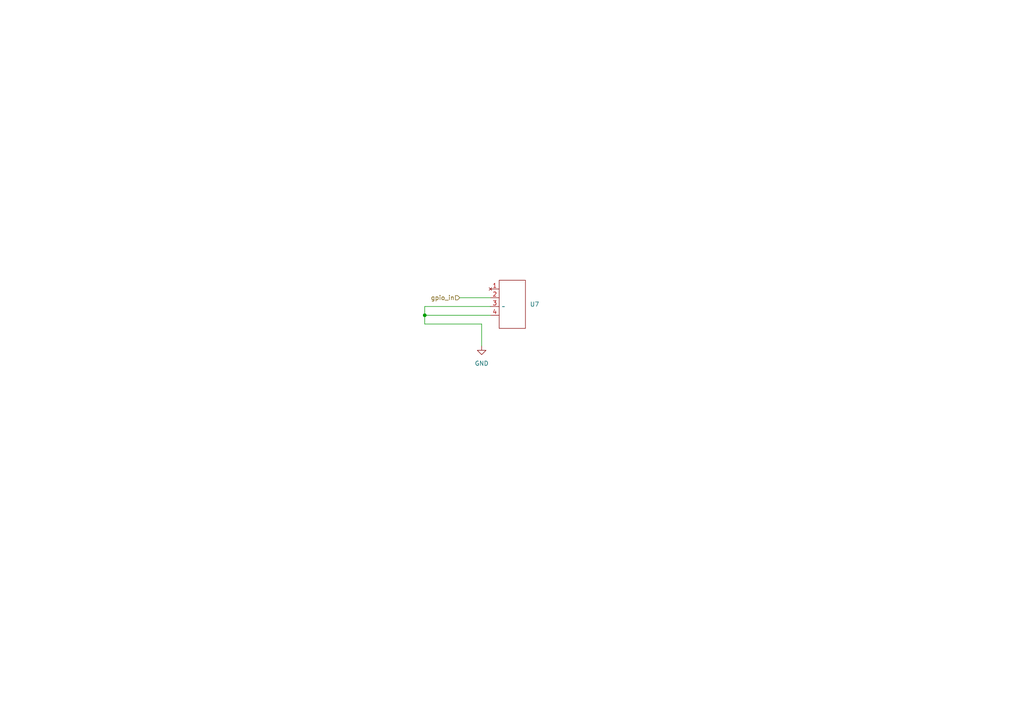
<source format=kicad_sch>
(kicad_sch (version 20230121) (generator eeschema)
  (paper "A4")
  (lib_symbols
    (symbol "cdog_symbols:Tactile_Button_C2888437"
      (property "Reference" "U" (at 0 0 0))
      (property "LCSC" "C221902" (at 2.54 -5.08 0))
      (symbol "Tactile_Button_C2888437_0_1"
        (rectangle (start -1.27 7.62) (end 6.35 -6.35))
      )
      (symbol "Tactile_Button_C2888437_1_1"
        (pin no_connect line (at -3.81 5.08 0) (length 2.54) (name "") (number "1"))
        (pin input line (at -3.81 2.54 0) (length 2.54) (name "") (number "2"))
        (pin input line (at -3.81 0 0) (length 2.54) (name "") (number "3"))
        (pin input line (at -3.81 -2.54 0) (length 2.54) (name "") (number "4"))
      )
    )
    (symbol "power:GND" (power) (pin_names (offset 0))
      (property "Value" "GND" (at 0 -3.81 0))
      (symbol "GND_0_1"
        (polyline (pts (xy 0 0) (xy 0 -1.27) (xy 1.27 -1.27) (xy 0 -2.54) (xy -1.27 -1.27) (xy 0 -1.27)))
      )
      (symbol "GND_1_1"
        (pin power_in line (at 0 0 270) (length 0) hide (name "GND") (number "1"))
      )
    )
  )
  (junction (at 123.19 91.44))
  (wire (pts (xy 123.19 88.9) (xy 142.24 88.9)))
  (wire (pts (xy 123.19 93.98) (xy 139.7 93.98)))
  (wire (pts (xy 133.35 86.36) (xy 142.24 86.36)))
  (wire (pts (xy 139.7 93.98) (xy 139.7 100.33)))
  (wire (pts (xy 123.19 88.9) (xy 123.19 91.44)))
  (wire (pts (xy 123.19 91.44) (xy 123.19 93.98)))
  (wire (pts (xy 123.19 91.44) (xy 142.24 91.44)))
  (hierarchical_label "gpio_in" (shape input) (at 133.35 86.36 180))
  (symbol (lib_id "power:GND") (at 139.7 100.33 0) (unit 1)
    (property "Reference" "#PWR022" (effects hide))
    (property "Value" "GND" (at 139.7 105.41 0))
  )
  (symbol (lib_id "cdog_symbols:Tactile_Button_C2888437") (at 146.05 88.9 0) (unit 1)
    (property "Reference" "U7" (at 153.67 88.265 0) (effects (justify left)))
    (property "Value" "~" (at 146.05 88.9 0))
    (property "Footprint" "cdog:Game_Conn_Button_C221902" (effects hide))
    (property "LCSC" "C221902" (effects hide))
  )
)
</source>
